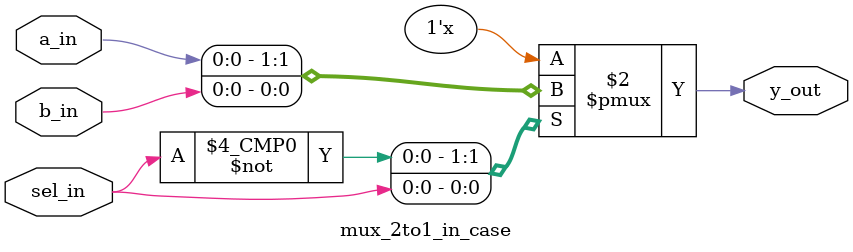
<source format=v>
`timescale 1ns / 1ps


module mux_2to1_in_case(
    input a_in,
    input b_in,
    input sel_in,
    output reg y_out
    );
    
    always @*
    case(sel_in)
        1'b0: y_out = a_in;
        1'b1: y_out = b_in;
    endcase
endmodule

</source>
